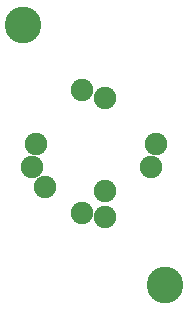
<source format=gbs>
%TF.GenerationSoftware,KiCad,Pcbnew,(5.1.6)-1*%
%TF.CreationDate,2020-06-08T02:24:45-04:00*%
%TF.ProjectId,HAT_SWITCH_BREAKOUT,4841545f-5357-4495-9443-485f42524541,rev?*%
%TF.SameCoordinates,Original*%
%TF.FileFunction,Soldermask,Bot*%
%TF.FilePolarity,Negative*%
%FSLAX46Y46*%
G04 Gerber Fmt 4.6, Leading zero omitted, Abs format (unit mm)*
G04 Created by KiCad (PCBNEW (5.1.6)-1) date 2020-06-08 02:24:45*
%MOMM*%
%LPD*%
G01*
G04 APERTURE LIST*
%ADD10C,3.100000*%
%ADD11C,1.900000*%
G04 APERTURE END LIST*
D10*
%TO.C,H1*%
X111840999Y-90940999D03*
%TD*%
D11*
%TO.C,S1*%
X118840999Y-107196999D03*
X123096999Y-100940999D03*
X122685999Y-102940999D03*
X118840999Y-104940999D03*
X116840999Y-106788999D03*
X113690999Y-104638999D03*
X112584999Y-102940999D03*
X112992999Y-100940999D03*
X116840999Y-96414999D03*
X118840999Y-97092999D03*
%TD*%
D10*
%TO.C,H2*%
X123840999Y-112940999D03*
%TD*%
M02*

</source>
